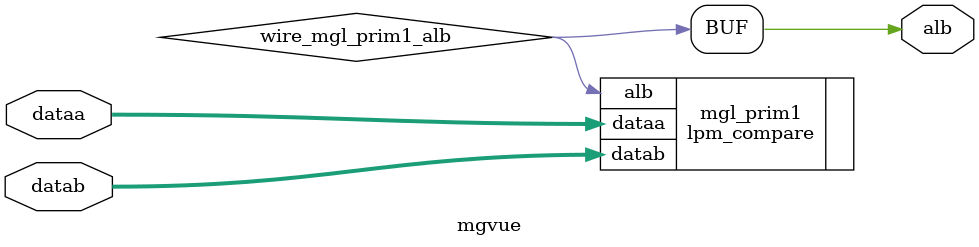
<source format=v>






//synthesis_resources = lpm_compare 1 
//synopsys translate_off
`timescale 1 ps / 1 ps
//synopsys translate_on
module  mgvue
	( 
	alb,
	dataa,
	datab) /* synthesis synthesis_clearbox=1 */;
	output   alb;
	input   [16:0]  dataa;
	input   [16:0]  datab;

	wire  wire_mgl_prim1_alb;

	lpm_compare   mgl_prim1
	( 
	.alb(wire_mgl_prim1_alb),
	.dataa(dataa),
	.datab(datab));
	defparam
		mgl_prim1.lpm_representation = "UNSIGNED",
		mgl_prim1.lpm_type = "LPM_COMPARE",
		mgl_prim1.lpm_width = 17,
		mgl_prim1.lpm_hint = "ONE_INPUT_IS_CONSTANT=YES";
	assign
		alb = wire_mgl_prim1_alb;
endmodule //mgvue
//VALID FILE

</source>
